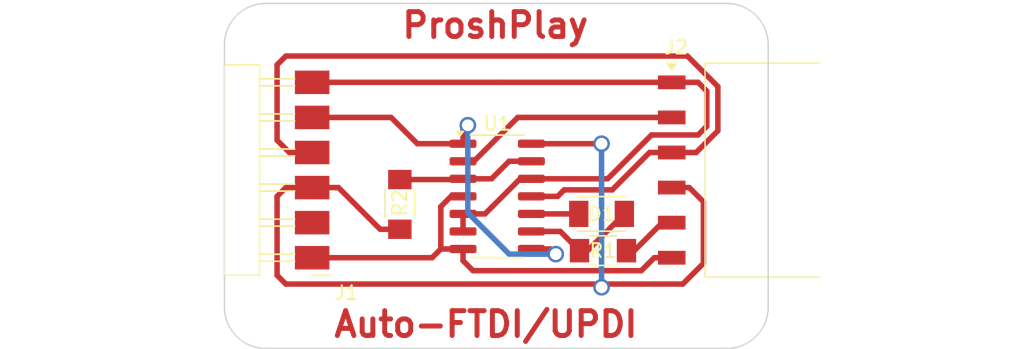
<source format=kicad_pcb>
(kicad_pcb (version 20241229) (generator "pcbnew") (generator_version "9.0")
  (layers (0 "F.Cu" signal) (2 "B.Cu" signal) (13 "F.Paste" user) (15 "B.Paste" user) (5 "F.SilkS" user "F.Silkscreen") (7 "B.SilkS" user "B.Silkscreen") (1 "F.Mask" user) (3 "B.Mask" user) (25 "Edge.Cuts" user))
  (net 0 "")
  (net 1 "Net-(D1-A)")
  (net 2 "VCC")
  (net 3 "GND")
  (net 4 "DTR")
  (net 5 "RX")
  (net 6 "TX")
  (net 8 "RX-T")
  (net 9 "UPDI")
  (net 10 "MODE-FTDI")
  (net 11 "Net-(D1-K)")
  (footprint "fab:Diode_Schottky_MiniSMA" (layer "F.Cu") (at 107.95 62.23)
    (property "Reference" "D1" (at 0 0 0) (layer "F.SilkS"))
    (property "Value" "Diode_Schottky_MiniSMA")
    (fp_line (start -1.75 -1.25) (end 1.75 -1.25) (stroke (width 0.12)) (layer "F.SilkS"))
    (fp_line (start -1.75 1.25) (end 1.75 1.25) (stroke (width 0.12)) (layer "F.SilkS"))
    (pad "1" smd rect (at -1.65 0) (size 1.4 1.9) (layers "F.Cu" "F.Mask" "F.Paste") (net 11 "Net-(D1-K)"))
    (pad "2" smd rect (at 1.65 0) (size 1.4 1.9) (layers "F.Cu" "F.Mask" "F.Paste") (net 1 "Net-(D1-A)"))
  )
  (footprint "fab:PinHeader_1x06_P2.54mm_Horizontal_SMD" (layer "F.Cu") (at 86.995 65.405 180)
    (property "Reference" "J1" (at -1.524 -2.54 0) (layer "F.SilkS") (effects (justify left)))
    (property "Value" "Conn_PinHeader_FTDI_1x06_P2.54mm_Horizontal_SMD")
    (fp_line (start 6.35 13.97) (end 3.81 13.97) (stroke (width 0.12)) (layer "F.SilkS"))
    (fp_line (start 6.35 -1.27) (end 6.35 13.97) (stroke (width 0.12)) (layer "F.SilkS"))
    (fp_line (start 3.81 13.97) (end 3.81 -1.27) (stroke (width 0.12)) (layer "F.SilkS"))
    (fp_line (start 3.81 12.954) (end 1.27 12.954) (stroke (width 0.12)) (layer "F.SilkS"))
    (fp_line (start 3.81 12.446) (end 1.27 12.446) (stroke (width 0.12)) (layer "F.SilkS"))
    (fp_line (start 3.81 10.414) (end 1.27 10.414) (stroke (width 0.12)) (layer "F.SilkS"))
    (fp_line (start 3.81 9.906) (end 1.27 9.906) (stroke (width 0.12)) (layer "F.SilkS"))
    (fp_line (start 3.81 7.874) (end 1.27 7.874) (stroke (width 0.12)) (layer "F.SilkS"))
    (fp_line (start 3.81 7.366) (end 1.27 7.366) (stroke (width 0.12)) (layer "F.SilkS"))
    (fp_line (start 3.81 5.334) (end 1.27 5.334) (stroke (width 0.12)) (layer "F.SilkS"))
    (fp_line (start 3.81 4.826) (end 1.27 4.826) (stroke (width 0.12)) (layer "F.SilkS"))
    (fp_line (start 3.81 2.794) (end 1.27 2.794) (stroke (width 0.12)) (layer "F.SilkS"))
    (fp_line (start 3.81 2.286) (end 1.27 2.286) (stroke (width 0.12)) (layer "F.SilkS"))
    (fp_line (start 3.81 0.254) (end 1.27 0.254) (stroke (width 0.12)) (layer "F.SilkS"))
    (fp_line (start 3.81 -0.254) (end 1.27 -0.254) (stroke (width 0.12)) (layer "F.SilkS"))
    (fp_line (start 3.81 -1.27) (end 6.35 -1.27) (stroke (width 0.12)) (layer "F.SilkS"))
    (fp_line (start -1.27 -1.27) (end 0 -1.27) (stroke (width 0.12)) (layer "F.SilkS"))
    (pad "1" smd rect (at 0 0 180) (size 2.5 1.7) (layers "F.Cu" "F.Mask" "F.Paste") (net 3 "GND"))
    (pad "2" smd rect (at 0 2.54 180) (size 2.5 1.7) (layers "F.Cu" "F.Mask" "F.Paste"))
    (pad "3" smd rect (at 0 5.08 180) (size 2.5 1.7) (layers "F.Cu" "F.Mask" "F.Paste") (net 2 "VCC"))
    (pad "4" smd rect (at 0 7.62 180) (size 2.5 1.7) (layers "F.Cu" "F.Mask" "F.Paste") (net 6 "TX"))
    (pad "5" smd rect (at 0 10.16 180) (size 2.5 1.7) (layers "F.Cu" "F.Mask" "F.Paste") (net 5 "RX"))
    (pad "6" smd rect (at 0 12.7 180) (size 2.5 1.7) (layers "F.Cu" "F.Mask" "F.Paste") (net 4 "DTR"))
  )
  (footprint "fab:R_1206" (layer "F.Cu") (at 108.0525 64.8918)
    (property "Reference" "R1" (at 0 0 0) (layer "F.SilkS"))
    (property "Value" "499ohm")
    (fp_line (start -1 -1.07) (end 1 -1.07) (stroke (width 0.12)) (layer "F.SilkS"))
    (fp_line (start 1 1.07) (end -1 1.07) (stroke (width 0.12)) (layer "F.SilkS"))
    (pad "1" smd rect (at -1.7 0) (size 1.4 1.7) (layers "F.Cu" "F.Mask" "F.Paste") (net 1 "Net-(D1-A)"))
    (pad "2" smd rect (at 1.7 0) (size 1.4 1.7) (layers "F.Cu" "F.Mask" "F.Paste") (net 9 "UPDI"))
  )
  (footprint "fab:PinSocket_1x06_P2.54mm_Horizontal_SMD" (layer "F.Cu") (at 113.03 52.705)
    (property "Reference" "J2" (at -0.635 -2.54 180) (layer "F.SilkS") (effects (justify left)))
    (property "Value" "Conn_PinSocket_FTDI_1x06_P2.54mm_Horizontal_SMD")
    (fp_line (start 2.413 -1.397) (end 2.413 14.097) (stroke (width 0.1)) (layer "F.SilkS"))
    (fp_line (start 2.413 14.097) (end 10.668 14.097) (stroke (width 0.1)) (layer "F.SilkS"))
    (fp_line (start 10.668 -1.397) (end 2.413 -1.397) (stroke (width 0.1)) (layer "F.SilkS"))
    (fp_poly (pts (xy 0 -0.889) (xy -0.381 -1.397) (xy 0.381 -1.397)) (stroke (width 0.1)) (fill yes) (layer "F.SilkS"))
    (pad "1" smd rect (at 0 0) (size 2 1) (layers "F.Cu" "F.Mask" "F.Paste") (net 4 "DTR"))
    (pad "2" smd rect (at 0 2.54) (size 2 1) (layers "F.Cu" "F.Mask" "F.Paste") (net 8 "RX-T"))
    (pad "3" smd rect (at 0 5.08) (size 2 1) (layers "F.Cu" "F.Mask" "F.Paste") (net 6 "TX"))
    (pad "4" smd rect (at 0 7.62) (size 2 1) (layers "F.Cu" "F.Mask" "F.Paste") (net 2 "VCC"))
    (pad "5" smd rect (at 0 10.16) (size 2 1) (layers "F.Cu" "F.Mask" "F.Paste") (net 9 "UPDI"))
    (pad "6" smd rect (at 0 12.7) (size 2 1) (layers "F.Cu" "F.Mask" "F.Paste") (net 3 "GND"))
  )
  (footprint "Package_SO:SOIC-14_3.9x8.7mm_P1.27mm" (layer "F.Cu") (at 100.395 60.96)
    (property "Reference" "U1" (at 0 -5.28 0) (layer "F.SilkS"))
    (property "Value" "HEF4066BT")
    (fp_line (start 0 -4.435) (end -1.95 -4.435) (stroke (width 0.12)) (layer "F.SilkS"))
    (fp_line (start 0 -4.435) (end 1.95 -4.435) (stroke (width 0.12)) (layer "F.SilkS"))
    (fp_line (start 0 4.435) (end -1.95 4.435) (stroke (width 0.12)) (layer "F.SilkS"))
    (fp_line (start 0 4.435) (end 1.95 4.435) (stroke (width 0.12)) (layer "F.SilkS"))
    (fp_poly (pts (xy -2.7 -4.37) (xy -2.94 -4.7) (xy -2.46 -4.7) (xy -2.7 -4.37)) (stroke (width 0.12)) (fill yes) (layer "F.SilkS"))
    (pad "1" smd roundrect (at -2.475 -3.81) (size 1.95 0.6) (layers "F.Cu" "F.Mask" "F.Paste") (net 5 "RX"))
    (pad "2" smd roundrect (at -2.475 -2.54) (size 1.95 0.6) (layers "F.Cu" "F.Mask" "F.Paste") (net 8 "RX-T"))
    (pad "3" smd roundrect (at -2.475 -1.27) (size 1.95 0.6) (layers "F.Cu" "F.Mask" "F.Paste") (net 10 "MODE-FTDI"))
    (pad "4" smd roundrect (at -2.475 0) (size 1.95 0.6) (layers "F.Cu" "F.Mask" "F.Paste") (net 3 "GND"))
    (pad "5" smd roundrect (at -2.475 1.27) (size 1.95 0.6) (layers "F.Cu" "F.Mask" "F.Paste") (net 4 "DTR"))
    (pad "6" smd roundrect (at -2.475 2.54) (size 1.95 0.6) (layers "F.Cu" "F.Mask" "F.Paste") (net 4 "DTR"))
    (pad "7" smd roundrect (at -2.475 3.81) (size 1.95 0.6) (layers "F.Cu" "F.Mask" "F.Paste") (net 3 "GND"))
    (pad "8" smd roundrect (at 2.475 3.81) (size 1.95 0.6) (layers "F.Cu" "F.Mask" "F.Paste") (net 5 "RX"))
    (pad "9" smd roundrect (at 2.475 2.54) (size 1.95 0.6) (layers "F.Cu" "F.Mask" "F.Paste") (net 1 "Net-(D1-A)"))
    (pad "10" smd roundrect (at 2.475 1.27) (size 1.95 0.6) (layers "F.Cu" "F.Mask" "F.Paste") (net 11 "Net-(D1-K)"))
    (pad "11" smd roundrect (at 2.475 0) (size 1.95 0.6) (layers "F.Cu" "F.Mask" "F.Paste") (net 6 "TX"))
    (pad "12" smd roundrect (at 2.475 -1.27) (size 1.95 0.6) (layers "F.Cu" "F.Mask" "F.Paste") (net 4 "DTR"))
    (pad "13" smd roundrect (at 2.475 -2.54) (size 1.95 0.6) (layers "F.Cu" "F.Mask" "F.Paste") (net 10 "MODE-FTDI"))
    (pad "14" smd roundrect (at 2.475 -3.81) (size 1.95 0.6) (layers "F.Cu" "F.Mask" "F.Paste") (net 2 "VCC"))
  )
  (footprint "fab:R_1206" (layer "F.Cu") (at 93.345 61.443 -90)
    (property "Reference" "R2" (at 0 0 90) (layer "F.SilkS"))
    (property "Value" "10k")
    (fp_line (start 1 1.07) (end -1 1.07) (stroke (width 0.12)) (layer "F.SilkS"))
    (fp_line (start -1 -1.07) (end 1 -1.07) (stroke (width 0.12)) (layer "F.SilkS"))
    (pad "1" smd rect (at -1.7 0 270) (size 1.4 1.7) (layers "F.Cu" "F.Mask" "F.Paste") (net 10 "MODE-FTDI"))
    (pad "2" smd rect (at 1.9 0 270) (size 1.4 1.7) (layers "F.Cu" "F.Mask" "F.Paste") (net 2 "VCC"))
  )
  (gr_line (start 80.645 68.973846) (end 80.645 49.99) (stroke (width 0.1)) (layer "Edge.Cuts"))
  (gr_line (start 117.015 71.973846) (end 83.645 71.973846) (stroke (width 0.1)) (layer "Edge.Cuts"))
  (gr_arc (start 80.645 49.99) (mid 81.52368 47.86868) (end 83.645 46.99) (stroke (width 0.1)) (layer "Edge.Cuts"))
  (gr_line (start 120.015 49.99) (end 120.015 68.973846) (stroke (width 0.1)) (layer "Edge.Cuts"))
  (gr_arc (start 117.015 46.99) (mid 119.13632 47.86868) (end 120.015 49.99) (stroke (width 0.1)) (layer "Edge.Cuts"))
  (gr_line (start 83.645 46.99) (end 117.015 46.99) (stroke (width 0.1)) (layer "Edge.Cuts"))
  (gr_arc (start 120.015 68.973846) (mid 119.13632 71.095166) (end 117.015 71.973846) (stroke (width 0.1)) (layer "Edge.Cuts"))
  (gr_arc (start 83.645 71.973846) (mid 81.523678 71.095167) (end 80.645 68.973846) (stroke (width 0.1)) (layer "Edge.Cuts"))
  (gr_text "Auto-FTDI/UPDI" (at 88.409453 71.273847 0) (layer "F.Cu") (effects (font (size 1.8 1.8) (thickness 0.36) (bold yes)) (justify left bottom)))
  (gr_text "ProshPlay" (at 93.334134 49.622989 0) (layer "F.Cu") (effects (font (size 1.8 1.8) (thickness 0.36) (bold yes)) (justify left bottom)))
  (segment (start 104.9607 63.5) (end 106.3525 64.8918) (width 0.4) (layer "F.Cu") (net 1))
  (segment (start 106.9382 64.8918) (end 109.6 62.23) (width 0.4) (layer "F.Cu") (net 1))
  (segment (start 106.3525 64.8918) (end 106.9382 64.8918) (width 0.4) (layer "F.Cu") (net 1))
  (segment (start 102.87 63.5) (end 104.9607 63.5) (width 0.4) (layer "F.Cu") (net 1))
  (segment (start 115.323388 65.813612) (end 113.827 67.31) (width 0.4) (layer "F.Cu") (net 2))
  (segment (start 113.03 60.325) (end 114.3 60.325) (width 0.4) (layer "F.Cu") (net 2))
  (segment (start 114.3 60.325) (end 115.323388 61.348388) (width 0.4) (layer "F.Cu") (net 2))
  (segment (start 85.09 67.31) (end 84.455 66.675) (width 0.4) (layer "F.Cu") (net 2))
  (segment (start 91.918 63.343) (end 93.345 63.343) (width 0.4) (layer "F.Cu") (net 2))
  (segment (start 113.827 67.31) (end 85.09 67.31) (width 0.4) (layer "F.Cu") (net 2))
  (segment (start 85.09 60.325) (end 86.995 60.325) (width 0.4) (layer "F.Cu") (net 2))
  (segment (start 84.455 66.675) (end 84.455 60.96) (width 0.4) (layer "F.Cu") (net 2))
  (segment (start 115.323388 61.348388) (end 115.323388 65.813612) (width 0.4) (layer "F.Cu") (net 2))
  (segment (start 84.455 60.96) (end 85.09 60.325) (width 0.4) (layer "F.Cu") (net 2))
  (segment (start 88.9 60.325) (end 91.918 63.343) (width 0.4) (layer "F.Cu") (net 2))
  (segment (start 86.995 60.325) (end 88.9 60.325) (width 0.4) (layer "F.Cu") (net 2))
  (segment (start 102.87 57.15) (end 107.95 57.15) (width 0.4) (layer "F.Cu") (net 2))
  (via (at 107.95 57.15) (size 1.2) (drill 0.85) (layers "F.Cu" "B.Cu") (net 2))
  (via (at 107.95 67.5428) (size 1.2) (drill 0.85) (layers "F.Cu" "B.Cu") (net 2))
  (segment (start 107.95 67.5428) (end 107.95 57.15) (width 0.4) (layer "B.Cu") (net 2))
  (segment (start 113.03 65.405) (end 111.76 65.405) (width 0.4) (layer "F.Cu") (net 3))
  (segment (start 97.0533 60.96) (end 96.3115 61.7018) (width 0.4) (layer "F.Cu") (net 3))
  (segment (start 97.92 60.96) (end 97.0533 60.96) (width 0.4) (layer "F.Cu") (net 3))
  (segment (start 110.8222 66.3428) (end 98.644324 66.3428) (width 0.4) (layer "F.Cu") (net 3))
  (segment (start 111.76 65.405) (end 110.8222 66.3428) (width 0.4) (layer "F.Cu") (net 3))
  (segment (start 98.644324 66.3428) (end 97.92 65.618476) (width 0.4) (layer "F.Cu") (net 3))
  (segment (start 95.6765 65.405) (end 96.3115 64.77) (width 0.4) (layer "F.Cu") (net 3))
  (segment (start 96.3115 61.7018) (end 96.3115 64.77) (width 0.4) (layer "F.Cu") (net 3))
  (segment (start 96.3115 64.77) (end 97.92 64.77) (width 0.4) (layer "F.Cu") (net 3))
  (segment (start 97.92 65.618476) (end 97.92 64.77) (width 0.4) (layer "F.Cu") (net 3))
  (segment (start 86.995 65.405) (end 95.6765 65.405) (width 0.4) (layer "F.Cu") (net 3))
  (segment (start 102.87 59.69) (end 108.390514 59.69) (width 0.4) (layer "F.Cu") (net 4))
  (segment (start 114.935 52.705) (end 113.03 52.705) (width 0.4) (layer "F.Cu") (net 4))
  (segment (start 100.5601 52.705) (end 86.995 52.705) (width 0.4) (layer "F.Cu") (net 4))
  (segment (start 108.390514 59.69) (end 111.565514 56.515) (width 0.4) (layer "F.Cu") (net 4))
  (segment (start 113.03 52.705) (end 100.5601 52.705) (width 0.4) (layer "F.Cu") (net 4))
  (segment (start 115.57 53.34) (end 114.935 52.705) (width 0.4) (layer "F.Cu") (net 4))
  (segment (start 111.565514 56.515) (end 114.935 56.515) (width 0.4) (layer "F.Cu") (net 4))
  (segment (start 114.935 56.515) (end 115.57 55.88) (width 0.4) (layer "F.Cu") (net 4))
  (segment (start 100.032 61.7066) (end 102.0486 59.69) (width 0.4) (layer "F.Cu") (net 4))
  (segment (start 97.92 62.23) (end 99.5086 62.23) (width 0.4) (layer "F.Cu") (net 4))
  (segment (start 97.92 63.5) (end 97.92 62.23) (width 0.4) (layer "F.Cu") (net 4))
  (segment (start 115.57 55.88) (end 115.57 53.34) (width 0.4) (layer "F.Cu") (net 4))
  (segment (start 99.5086 62.23) (end 100.032 61.7066) (width 0.4) (layer "F.Cu") (net 4))
  (segment (start 102.0486 59.69) (end 102.87 59.69) (width 0.4) (layer "F.Cu") (net 4))
  (segment (start 104.259124 64.77) (end 102.87 64.77) (width 0.4) (layer "F.Cu") (net 5))
  (segment (start 97.92 56.158) (end 97.92 57.15) (width 0.4) (layer "F.Cu") (net 5))
  (segment (start 86.995 55.245) (end 92.71 55.245) (width 0.4) (layer "F.Cu") (net 5))
  (segment (start 98.267 55.811) (end 97.92 56.158) (width 0.4) (layer "F.Cu") (net 5))
  (segment (start 92.71 55.245) (end 94.615 57.15) (width 0.4) (layer "F.Cu") (net 5))
  (segment (start 104.631924 65.1428) (end 104.259124 64.77) (width 0.4) (layer "F.Cu") (net 5))
  (segment (start 94.615 57.15) (end 97.92 57.15) (width 0.4) (layer "F.Cu") (net 5))
  (via (at 104.631924 65.1428) (size 1.2) (drill 0.85) (layers "F.Cu" "B.Cu") (net 5))
  (via (at 98.267 55.811) (size 1.2) (drill 0.85) (layers "F.Cu" "B.Cu") (net 5))
  (segment (start 98.267 62.1484) (end 98.267 55.811) (width 0.4) (layer "B.Cu") (net 5))
  (segment (start 101.2614 65.1428) (end 98.267 62.1484) (width 0.4) (layer "B.Cu") (net 5))
  (segment (start 104.631924 65.1428) (end 101.2614 65.1428) (width 0.4) (layer "B.Cu") (net 5))
  (segment (start 104.775 60.96) (end 102.87 60.96) (width 0.4) (layer "F.Cu") (net 6))
  (segment (start 85.09 50.8) (end 114.162786 50.8) (width 0.4) (layer "F.Cu") (net 6))
  (segment (start 86.995 57.785) (end 85.345 57.785) (width 0.4) (layer "F.Cu") (net 6))
  (segment (start 110.1583 59.055) (end 108.7223 60.491) (width 0.4) (layer "F.Cu") (net 6))
  (segment (start 113.03 57.785) (end 111.4283 57.785) (width 0.4) (layer "F.Cu") (net 6))
  (segment (start 116.371 53.008215) (end 116.371 56.211786) (width 0.4) (layer "F.Cu") (net 6))
  (segment (start 108.722299 60.491) (end 108.058728 60.491) (width 0.4) (layer "F.Cu") (net 6))
  (segment (start 108.7223 60.491) (end 108.722299 60.491) (width 0.4) (layer "F.Cu") (net 6))
  (segment (start 114.162786 50.8) (end 116.371 53.008215) (width 0.4) (layer "F.Cu") (net 6))
  (segment (start 114.797785 57.785) (end 113.03 57.785) (width 0.4) (layer "F.Cu") (net 6))
  (segment (start 108.058728 60.491) (end 105.244 60.491) (width 0.4) (layer "F.Cu") (net 6))
  (segment (start 111.4283 57.785) (end 110.7933 58.42) (width 0.4) (layer "F.Cu") (net 6))
  (segment (start 84.455 56.895) (end 84.455 51.435) (width 0.4) (layer "F.Cu") (net 6))
  (segment (start 116.371 56.211786) (end 114.797785 57.785) (width 0.4) (layer "F.Cu") (net 6))
  (segment (start 110.7933 58.42) (end 110.1583 59.055) (width 0.4) (layer "F.Cu") (net 6))
  (segment (start 105.244 60.491) (end 104.775 60.96) (width 0.4) (layer "F.Cu") (net 6))
  (segment (start 85.345 57.785) (end 84.455 56.895) (width 0.4) (layer "F.Cu") (net 6))
  (segment (start 84.455 51.435) (end 85.09 50.8) (width 0.4) (layer "F.Cu") (net 6))
  (segment (start 113.03 55.245) (end 101.8828 55.245) (width 0.4) (layer "F.Cu") (net 8))
  (segment (start 98.7078 58.42) (end 97.92 58.42) (width 0.4) (layer "F.Cu") (net 8))
  (segment (start 101.8828 55.245) (end 98.7078 58.42) (width 0.4) (layer "F.Cu") (net 8))
  (segment (start 109.7525 64.8918) (end 110.316948 64.8918) (width 0.4) (layer "F.Cu") (net 9))
  (segment (start 110.316948 64.8918) (end 112.343748 62.865) (width 0.4) (layer "F.Cu") (net 9))
  (segment (start 112.343748 62.865) (end 113.03 62.865) (width 0.4) (layer "F.Cu") (net 9))
  (segment (start 102.87 58.42) (end 101.2524 58.42) (width 0.4) (layer "F.Cu") (net 10))
  (segment (start 101.2524 58.42) (end 99.9824 59.69) (width 0.4) (layer "F.Cu") (net 10))
  (segment (start 99.9824 59.69) (end 97.92 59.69) (width 0.4) (layer "F.Cu") (net 10))
  (segment (start 93.345 59.743) (end 97.867 59.743) (width 0.4) (layer "F.Cu") (net 10))
  (segment (start 97.867 59.743) (end 97.92 59.69) (width 0.4) (layer "F.Cu") (net 10))
  (segment (start 106.3 62.23) (end 102.87 62.23) (width 0.4) (layer "F.Cu") (net 11))
)
</source>
